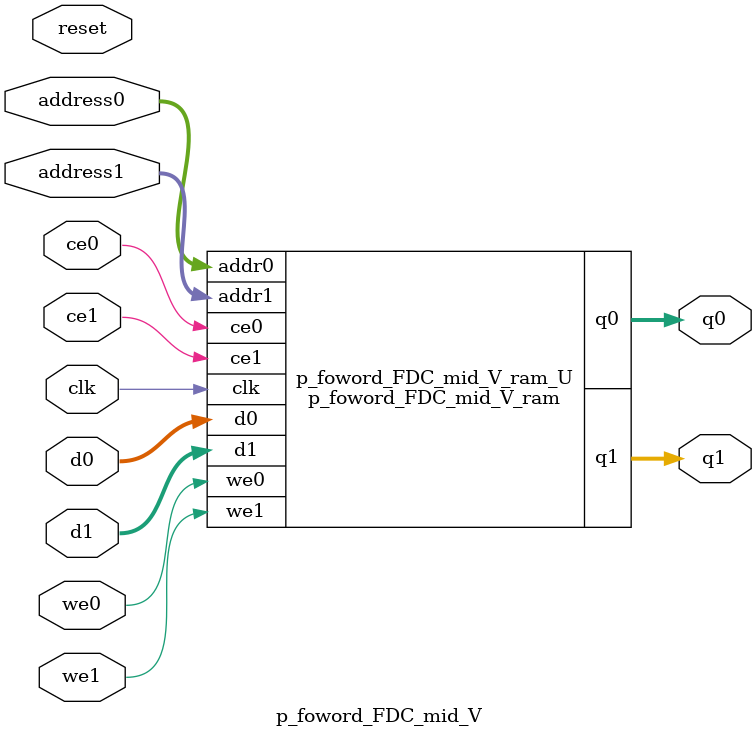
<source format=v>
`timescale 1 ns / 1 ps
module p_foword_FDC_mid_V_ram (addr0, ce0, d0, we0, q0, addr1, ce1, d1, we1, q1,  clk);

parameter DWIDTH = 24;
parameter AWIDTH = 6;
parameter MEM_SIZE = 64;

input[AWIDTH-1:0] addr0;
input ce0;
input[DWIDTH-1:0] d0;
input we0;
output reg[DWIDTH-1:0] q0;
input[AWIDTH-1:0] addr1;
input ce1;
input[DWIDTH-1:0] d1;
input we1;
output reg[DWIDTH-1:0] q1;
input clk;

(* ram_style = "block" *)reg [DWIDTH-1:0] ram[0:MEM_SIZE-1];




always @(posedge clk)  
begin 
    if (ce0) 
    begin
        if (we0) 
        begin 
            ram[addr0] <= d0; 
        end 
        q0 <= ram[addr0];
    end
end


always @(posedge clk)  
begin 
    if (ce1) 
    begin
        if (we1) 
        begin 
            ram[addr1] <= d1; 
        end 
        q1 <= ram[addr1];
    end
end


endmodule

`timescale 1 ns / 1 ps
module p_foword_FDC_mid_V(
    reset,
    clk,
    address0,
    ce0,
    we0,
    d0,
    q0,
    address1,
    ce1,
    we1,
    d1,
    q1);

parameter DataWidth = 32'd24;
parameter AddressRange = 32'd64;
parameter AddressWidth = 32'd6;
input reset;
input clk;
input[AddressWidth - 1:0] address0;
input ce0;
input we0;
input[DataWidth - 1:0] d0;
output[DataWidth - 1:0] q0;
input[AddressWidth - 1:0] address1;
input ce1;
input we1;
input[DataWidth - 1:0] d1;
output[DataWidth - 1:0] q1;



p_foword_FDC_mid_V_ram p_foword_FDC_mid_V_ram_U(
    .clk( clk ),
    .addr0( address0 ),
    .ce0( ce0 ),
    .we0( we0 ),
    .d0( d0 ),
    .q0( q0 ),
    .addr1( address1 ),
    .ce1( ce1 ),
    .we1( we1 ),
    .d1( d1 ),
    .q1( q1 ));

endmodule


</source>
